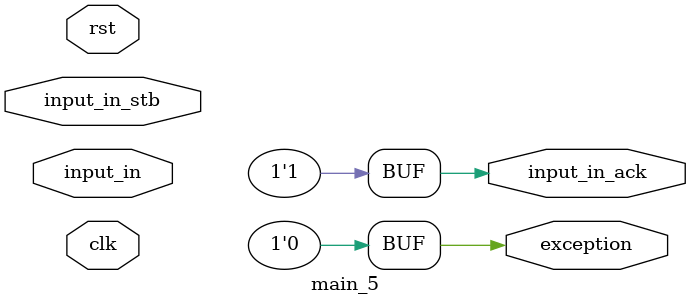
<source format=v>
module main_5 (input_in_ack,clk,rst,input_in,input_in_stb,exception);
  input clk;
  input rst;
  input [31:0] input_in;
  input input_in_stb;
  output input_in_ack;
  output exception;

  assign input_in_ack = 1;
  assign exception = 0;
endmodule
</source>
